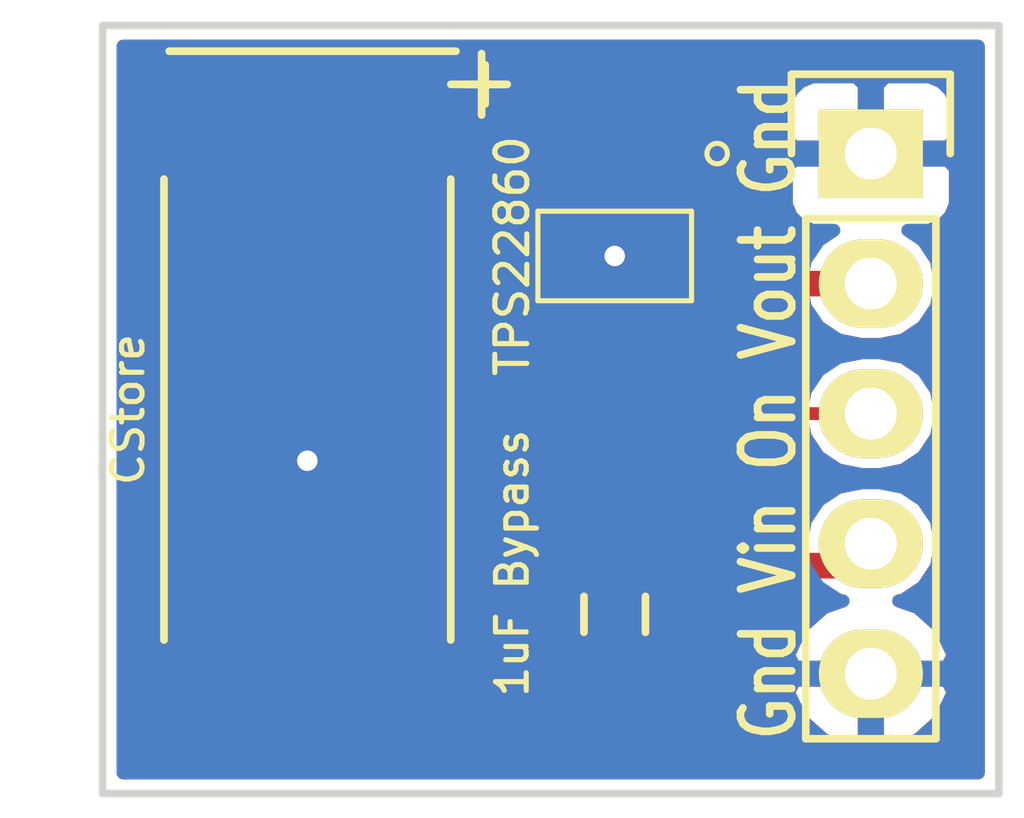
<source format=kicad_pcb>
(kicad_pcb (version 4) (host pcbnew 4.0.1-stable)

  (general
    (links 10)
    (no_connects 0)
    (area 137 92.775 161.713097 111.000001)
    (thickness 1.6)
    (drawings 4)
    (tracks 20)
    (zones 0)
    (modules 4)
    (nets 6)
  )

  (page A4)
  (layers
    (0 F.Cu signal)
    (31 B.Cu signal hide)
    (32 B.Adhes user)
    (33 F.Adhes user)
    (34 B.Paste user)
    (35 F.Paste user)
    (36 B.SilkS user)
    (37 F.SilkS user)
    (38 B.Mask user)
    (39 F.Mask user)
    (40 Dwgs.User user)
    (41 Cmts.User user)
    (42 Eco1.User user)
    (43 Eco2.User user)
    (44 Edge.Cuts user)
    (45 Margin user)
    (46 B.CrtYd user)
    (47 F.CrtYd user)
    (48 B.Fab user)
    (49 F.Fab user)
  )

  (setup
    (last_trace_width 0.25)
    (trace_clearance 0.2)
    (zone_clearance 0.2)
    (zone_45_only no)
    (trace_min 0.2)
    (segment_width 0.2)
    (edge_width 0.15)
    (via_size 0.6)
    (via_drill 0.4)
    (via_min_size 0.4)
    (via_min_drill 0.3)
    (uvia_size 0.3)
    (uvia_drill 0.1)
    (uvias_allowed no)
    (uvia_min_size 0.2)
    (uvia_min_drill 0.1)
    (pcb_text_width 0.3)
    (pcb_text_size 1.5 1.5)
    (mod_edge_width 0.15)
    (mod_text_size 1 1)
    (mod_text_width 0.15)
    (pad_size 1.524 1.524)
    (pad_drill 0.762)
    (pad_to_mask_clearance 0.2)
    (aux_axis_origin 0 0)
    (visible_elements FFFFFF7F)
    (pcbplotparams
      (layerselection 0x010f8_80000001)
      (usegerberextensions false)
      (excludeedgelayer true)
      (linewidth 0.100000)
      (plotframeref false)
      (viasonmask false)
      (mode 1)
      (useauxorigin false)
      (hpglpennumber 1)
      (hpglpenspeed 20)
      (hpglpendiameter 15)
      (hpglpenoverlay 2)
      (psnegative false)
      (psa4output false)
      (plotreference true)
      (plotvalue true)
      (plotinvisibletext false)
      (padsonsilk false)
      (subtractmaskfromsilk false)
      (outputformat 1)
      (mirror false)
      (drillshape 0)
      (scaleselection 1)
      (outputdirectory Gerber/))
  )

  (net 0 "")
  (net 1 GNDPWR)
  (net 2 Vin)
  (net 3 Vout)
  (net 4 On)
  (net 5 "Net-(U1-Pad3)")

  (net_class Default "This is the default net class."
    (clearance 0.2)
    (trace_width 0.25)
    (via_dia 0.6)
    (via_drill 0.4)
    (uvia_dia 0.3)
    (uvia_drill 0.1)
    (add_net "Net-(U1-Pad3)")
    (add_net On)
  )

  (net_class Power ""
    (clearance 0.2)
    (trace_width 0.5)
    (via_dia 0.6)
    (via_drill 0.4)
    (uvia_dia 0.3)
    (uvia_drill 0.1)
    (add_net GNDPWR)
    (add_net Vin)
    (add_net Vout)
  )

  (module Capacitors_Tantalum_SMD:TantalC_SizeE_EIA-7360_HandSoldering placed (layer F.Cu) (tedit 58765E77) (tstamp 58765379)
    (at 144 102 270)
    (descr "Tantal Cap. , Size E, EIA-7360, Hand Soldering,")
    (tags "Tantal Cap. , Size E, EIA-7360, Hand Soldering,")
    (path /58765233)
    (attr smd)
    (fp_text reference CStore (at 0 3.5 270) (layer F.SilkS)
      (effects (font (size 0.6 0.6) (thickness 0.1)))
    )
    (fp_text value CP (at 0 4.50088 270) (layer F.Fab) hide
      (effects (font (size 1 1) (thickness 0.15)))
    )
    (fp_line (start -7.00024 -2.90068) (end -7.00024 2.69748) (layer F.SilkS) (width 0.15))
    (fp_line (start -4.50088 2.79908) (end 4.50088 2.79908) (layer F.SilkS) (width 0.15))
    (fp_line (start 4.50088 -2.79908) (end -4.50088 -2.79908) (layer F.SilkS) (width 0.15))
    (fp_text user + (at -6.35 -3.39852 270) (layer F.SilkS)
      (effects (font (size 1 1) (thickness 0.15)))
    )
    (fp_line (start -6.35254 -3.90144) (end -6.35254 -2.80162) (layer F.SilkS) (width 0.15))
    (fp_line (start -6.95198 -3.40106) (end -5.7531 -3.40106) (layer F.SilkS) (width 0.15))
    (pad 2 smd rect (at 4.17576 0 270) (size 4.54914 4.39928) (layers F.Cu F.Paste F.Mask)
      (net 1 GNDPWR))
    (pad 1 smd rect (at -4.17576 0 270) (size 4.54914 4.39928) (layers F.Cu F.Paste F.Mask)
      (net 2 Vin))
    (model Capacitors_Tantalum_SMD.3dshapes/TantalC_SizeE_EIA-7360_HandSoldering.wrl
      (at (xyz 0 0 0))
      (scale (xyz 1 1 1))
      (rotate (xyz 0 0 180))
    )
  )

  (module Capacitors_SMD:C_0603_HandSoldering placed (layer F.Cu) (tedit 587661DC) (tstamp 5876537F)
    (at 150 106 270)
    (descr "Capacitor SMD 0603, hand soldering")
    (tags "capacitor 0603")
    (path /5876515D)
    (attr smd)
    (fp_text reference "1uF Bypass" (at -1 2 270) (layer F.SilkS)
      (effects (font (size 0.6 0.6) (thickness 0.1)))
    )
    (fp_text value 1uF (at 0 1.9 270) (layer F.Fab)
      (effects (font (size 1 1) (thickness 0.15)))
    )
    (fp_line (start -1.85 -0.75) (end 1.85 -0.75) (layer F.CrtYd) (width 0.05))
    (fp_line (start -1.85 0.75) (end 1.85 0.75) (layer F.CrtYd) (width 0.05))
    (fp_line (start -1.85 -0.75) (end -1.85 0.75) (layer F.CrtYd) (width 0.05))
    (fp_line (start 1.85 -0.75) (end 1.85 0.75) (layer F.CrtYd) (width 0.05))
    (fp_line (start -0.35 -0.6) (end 0.35 -0.6) (layer F.SilkS) (width 0.15))
    (fp_line (start 0.35 0.6) (end -0.35 0.6) (layer F.SilkS) (width 0.15))
    (pad 1 smd rect (at -0.95 0 270) (size 1.2 0.75) (layers F.Cu F.Paste F.Mask)
      (net 2 Vin))
    (pad 2 smd rect (at 0.95 0 270) (size 1.2 0.75) (layers F.Cu F.Paste F.Mask)
      (net 1 GNDPWR))
    (model Capacitors_SMD.3dshapes/C_0603_HandSoldering.wrl
      (at (xyz 0 0 0))
      (scale (xyz 1 1 1))
      (rotate (xyz 0 0 0))
    )
  )

  (module Pin_Headers:Pin_Header_Straight_1x05 placed (layer F.Cu) (tedit 5876626E) (tstamp 58765388)
    (at 155 97)
    (descr "Through hole pin header")
    (tags "pin header")
    (path /58764F42)
    (fp_text reference "Gnd Vin On Vout Gnd" (at -2 5 90) (layer F.SilkS)
      (effects (font (size 1 0.8) (thickness 0.15)))
    )
    (fp_text value "Gnd Vin On Vout Gnd" (at 0 -3.1) (layer F.Fab) hide
      (effects (font (size 1 0.8) (thickness 0.15)))
    )
    (fp_line (start -1.55 0) (end -1.55 -1.55) (layer F.SilkS) (width 0.15))
    (fp_line (start -1.55 -1.55) (end 1.55 -1.55) (layer F.SilkS) (width 0.15))
    (fp_line (start 1.55 -1.55) (end 1.55 0) (layer F.SilkS) (width 0.15))
    (fp_line (start -1.75 -1.75) (end -1.75 11.95) (layer F.CrtYd) (width 0.05))
    (fp_line (start 1.75 -1.75) (end 1.75 11.95) (layer F.CrtYd) (width 0.05))
    (fp_line (start -1.75 -1.75) (end 1.75 -1.75) (layer F.CrtYd) (width 0.05))
    (fp_line (start -1.75 11.95) (end 1.75 11.95) (layer F.CrtYd) (width 0.05))
    (fp_line (start 1.27 1.27) (end 1.27 11.43) (layer F.SilkS) (width 0.15))
    (fp_line (start 1.27 11.43) (end -1.27 11.43) (layer F.SilkS) (width 0.15))
    (fp_line (start -1.27 11.43) (end -1.27 1.27) (layer F.SilkS) (width 0.15))
    (fp_line (start 1.27 1.27) (end -1.27 1.27) (layer F.SilkS) (width 0.15))
    (pad 1 thru_hole rect (at 0 0) (size 2.032 1.7272) (drill 1.016) (layers *.Cu *.Mask F.SilkS)
      (net 1 GNDPWR))
    (pad 2 thru_hole oval (at 0 2.54) (size 2.032 1.7272) (drill 1.016) (layers *.Cu *.Mask F.SilkS)
      (net 3 Vout))
    (pad 3 thru_hole oval (at 0 5.08) (size 2.032 1.7272) (drill 1.016) (layers *.Cu *.Mask F.SilkS)
      (net 4 On))
    (pad 4 thru_hole oval (at 0 7.62) (size 2.032 1.7272) (drill 1.016) (layers *.Cu *.Mask F.SilkS)
      (net 2 Vin))
    (pad 5 thru_hole oval (at 0 10.16) (size 2.032 1.7272) (drill 1.016) (layers *.Cu *.Mask F.SilkS)
      (net 1 GNDPWR))
    (model Pin_Headers.3dshapes/Pin_Header_Straight_1x05.wrl
      (at (xyz 0 -0.2 0))
      (scale (xyz 1 1 1))
      (rotate (xyz 0 0 90))
    )
  )

  (module myFootprints:SOT23-6Handsolderable placed (layer F.Cu) (tedit 587661AA) (tstamp 58765392)
    (at 150 99 270)
    (descr "6 pins, \"Small Outline Transistor\"\nbased on Texas Instruments package named: DBV\nTypical part Texas Instruments TPS22860\nDiscrepancy from TI recommendations: rounded pads")
    (path /58764E2B)
    (fp_text reference TPS22860 (at 0 2 270) (layer F.SilkS)
      (effects (font (size 0.625 0.625) (thickness 0.1)))
    )
    (fp_text value TPS22860 (at 0 2.2 270) (layer F.SilkS) hide
      (effects (font (size 0.625 0.625) (thickness 0.1)))
    )
    (fp_line (start -0.875 1.5) (end 0.875 1.5) (layer F.SilkS) (width 0.1))
    (fp_line (start 0.875 1.5) (end 0.875 -1.5) (layer F.SilkS) (width 0.1))
    (fp_line (start 0.875 -1.5) (end -0.875 -1.5) (layer F.SilkS) (width 0.1))
    (fp_line (start -0.875 -1.5) (end -0.875 1.5) (layer F.SilkS) (width 0.1))
    (fp_circle (center -2 -2) (end -1.858579 -1.858579) (layer F.SilkS) (width 0.1))
    (pad 1 smd oval (at -1.6 -0.95 90) (size 1.5 0.6) (layers F.Cu F.Paste F.Mask)
      (net 3 Vout))
    (pad 2 smd oval (at -1.6 0 90) (size 1.5 0.6) (layers F.Cu F.Paste F.Mask)
      (net 1 GNDPWR))
    (pad 3 smd oval (at -1.6 0.95 90) (size 1.5 0.6) (layers F.Cu F.Paste F.Mask)
      (net 5 "Net-(U1-Pad3)"))
    (pad 4 smd oval (at 1.6 0.95 270) (size 1.5 0.6) (layers F.Cu F.Paste F.Mask)
      (net 2 Vin))
    (pad 5 smd oval (at 1.6 0 270) (size 1.5 0.6) (layers F.Cu F.Paste F.Mask)
      (net 2 Vin))
    (pad 6 smd oval (at 1.6 -0.95 270) (size 1.5 0.6) (layers F.Cu F.Paste F.Mask)
      (net 4 On))
  )

  (gr_line (start 140 94.5) (end 157.5 94.5) (angle 90) (layer Edge.Cuts) (width 0.15))
  (gr_line (start 140 109.5) (end 140 94.5) (angle 90) (layer Edge.Cuts) (width 0.15))
  (gr_line (start 157.5 109.5) (end 140 109.5) (angle 90) (layer Edge.Cuts) (width 0.15))
  (gr_line (start 157.5 94.5) (end 157.5 109.5) (angle 90) (layer Edge.Cuts) (width 0.15))

  (segment (start 150 97.4) (end 150 99) (width 0.5) (layer F.Cu) (net 1))
  (via (at 150 99) (size 0.6) (drill 0.4) (layers F.Cu B.Cu) (net 1))
  (segment (start 144 106.17576) (end 144 103) (width 0.5) (layer F.Cu) (net 1))
  (via (at 144 103) (size 0.6) (drill 0.4) (layers F.Cu B.Cu) (net 1))
  (segment (start 144 106.17576) (end 144 106.1) (width 0.5) (layer F.Cu) (net 1))
  (segment (start 150 105.05) (end 154.57 105.05) (width 0.5) (layer F.Cu) (net 2))
  (segment (start 154.57 105.05) (end 155 104.62) (width 0.5) (layer F.Cu) (net 2))
  (segment (start 150 100.6) (end 150 105.05) (width 0.5) (layer F.Cu) (net 2))
  (segment (start 149.05 100.6) (end 150 100.6) (width 0.5) (layer F.Cu) (net 2))
  (segment (start 144 97.82424) (end 144 97.89917) (width 0.5) (layer F.Cu) (net 2))
  (segment (start 144 97.89917) (end 146.70083 100.6) (width 0.5) (layer F.Cu) (net 2))
  (segment (start 146.70083 100.6) (end 148.25 100.6) (width 0.5) (layer F.Cu) (net 2))
  (segment (start 148.25 100.6) (end 149.05 100.6) (width 0.5) (layer F.Cu) (net 2))
  (segment (start 149.05 101.05) (end 149.05 100.6) (width 0.5) (layer F.Cu) (net 2))
  (segment (start 155 99.54) (end 152.64 99.54) (width 0.5) (layer F.Cu) (net 3))
  (segment (start 152.64 99.54) (end 150.95 97.85) (width 0.5) (layer F.Cu) (net 3))
  (segment (start 150.95 97.85) (end 150.95 97.4) (width 0.5) (layer F.Cu) (net 3))
  (segment (start 155 102.08) (end 151.98 102.08) (width 0.25) (layer F.Cu) (net 4))
  (segment (start 151.98 102.08) (end 150.95 101.05) (width 0.25) (layer F.Cu) (net 4))
  (segment (start 150.95 101.05) (end 150.95 100.6) (width 0.25) (layer F.Cu) (net 4))

  (zone (net 1) (net_name GNDPWR) (layer F.Cu) (tstamp 5876546B) (hatch edge 0.508)
    (priority 1)
    (connect_pads (clearance 0.2))
    (min_thickness 0.254)
    (fill yes (arc_segments 16) (thermal_gap 0.508) (thermal_bridge_width 0.508))
    (polygon
      (pts
        (xy 158 110) (xy 138 110) (xy 138 94) (xy 158 94) (xy 158 110)
      )
    )
    (filled_polygon
      (pts
        (xy 157.098 109.098) (xy 140.402 109.098) (xy 140.402 106.46151) (xy 141.16536 106.46151) (xy 141.16536 108.576639)
        (xy 141.262033 108.810028) (xy 141.440661 108.988657) (xy 141.67405 109.08533) (xy 143.71425 109.08533) (xy 143.873 108.92658)
        (xy 143.873 106.30276) (xy 144.127 106.30276) (xy 144.127 108.92658) (xy 144.28575 109.08533) (xy 146.32595 109.08533)
        (xy 146.559339 108.988657) (xy 146.737967 108.810028) (xy 146.83464 108.576639) (xy 146.83464 107.23575) (xy 148.99 107.23575)
        (xy 148.99 107.676309) (xy 149.086673 107.909698) (xy 149.265301 108.088327) (xy 149.49869 108.185) (xy 149.71425 108.185)
        (xy 149.873 108.02625) (xy 149.873 107.077) (xy 150.127 107.077) (xy 150.127 108.02625) (xy 150.28575 108.185)
        (xy 150.50131 108.185) (xy 150.734699 108.088327) (xy 150.913327 107.909698) (xy 151.01 107.676309) (xy 151.01 107.519026)
        (xy 153.392642 107.519026) (xy 153.395291 107.534791) (xy 153.649268 108.062036) (xy 154.08568 108.451954) (xy 154.638087 108.645184)
        (xy 154.873 108.500924) (xy 154.873 107.287) (xy 155.127 107.287) (xy 155.127 108.500924) (xy 155.361913 108.645184)
        (xy 155.91432 108.451954) (xy 156.350732 108.062036) (xy 156.604709 107.534791) (xy 156.607358 107.519026) (xy 156.486217 107.287)
        (xy 155.127 107.287) (xy 154.873 107.287) (xy 153.513783 107.287) (xy 153.392642 107.519026) (xy 151.01 107.519026)
        (xy 151.01 107.23575) (xy 150.85125 107.077) (xy 150.127 107.077) (xy 149.873 107.077) (xy 149.14875 107.077)
        (xy 148.99 107.23575) (xy 146.83464 107.23575) (xy 146.83464 106.46151) (xy 146.67589 106.30276) (xy 144.127 106.30276)
        (xy 143.873 106.30276) (xy 141.32411 106.30276) (xy 141.16536 106.46151) (xy 140.402 106.46151) (xy 140.402 103.774881)
        (xy 141.16536 103.774881) (xy 141.16536 105.89001) (xy 141.32411 106.04876) (xy 143.873 106.04876) (xy 143.873 103.42494)
        (xy 144.127 103.42494) (xy 144.127 106.04876) (xy 146.67589 106.04876) (xy 146.83464 105.89001) (xy 146.83464 103.774881)
        (xy 146.737967 103.541492) (xy 146.559339 103.362863) (xy 146.32595 103.26619) (xy 144.28575 103.26619) (xy 144.127 103.42494)
        (xy 143.873 103.42494) (xy 143.71425 103.26619) (xy 141.67405 103.26619) (xy 141.440661 103.362863) (xy 141.262033 103.541492)
        (xy 141.16536 103.774881) (xy 140.402 103.774881) (xy 140.402 95.54967) (xy 141.466954 95.54967) (xy 141.466954 100.09881)
        (xy 141.489755 100.219989) (xy 141.561372 100.331284) (xy 141.670646 100.405948) (xy 141.80036 100.432216) (xy 145.717045 100.432216)
        (xy 146.292827 101.007998) (xy 146.292829 101.008001) (xy 146.405043 101.082979) (xy 146.480021 101.133078) (xy 146.70083 101.177)
        (xy 148.444065 101.177) (xy 148.470728 101.311043) (xy 148.606644 101.514456) (xy 148.810057 101.650372) (xy 149.05 101.6981)
        (xy 149.289943 101.650372) (xy 149.423 101.561466) (xy 149.423 104.191402) (xy 149.392526 104.211012) (xy 149.317862 104.320286)
        (xy 149.291594 104.45) (xy 149.291594 105.65) (xy 149.314395 105.771179) (xy 149.324637 105.787095) (xy 149.265301 105.811673)
        (xy 149.086673 105.990302) (xy 148.99 106.223691) (xy 148.99 106.66425) (xy 149.14875 106.823) (xy 149.873 106.823)
        (xy 149.873 106.803) (xy 150.127 106.803) (xy 150.127 106.823) (xy 150.85125 106.823) (xy 151.01 106.66425)
        (xy 151.01 106.223691) (xy 150.913327 105.990302) (xy 150.734699 105.811673) (xy 150.676713 105.787654) (xy 150.682138 105.779714)
        (xy 150.708406 105.65) (xy 150.708406 105.627) (xy 154.226525 105.627) (xy 154.365666 105.719971) (xy 154.457039 105.738146)
        (xy 154.08568 105.868046) (xy 153.649268 106.257964) (xy 153.395291 106.785209) (xy 153.392642 106.800974) (xy 153.513783 107.033)
        (xy 154.873 107.033) (xy 154.873 107.013) (xy 155.127 107.013) (xy 155.127 107.033) (xy 156.486217 107.033)
        (xy 156.607358 106.800974) (xy 156.604709 106.785209) (xy 156.350732 106.257964) (xy 155.91432 105.868046) (xy 155.542961 105.738146)
        (xy 155.634334 105.719971) (xy 156.020592 105.461881) (xy 156.278682 105.075623) (xy 156.369311 104.62) (xy 156.278682 104.164377)
        (xy 156.020592 103.778119) (xy 155.634334 103.520029) (xy 155.178711 103.4294) (xy 154.821289 103.4294) (xy 154.365666 103.520029)
        (xy 153.979408 103.778119) (xy 153.721318 104.164377) (xy 153.659929 104.473) (xy 150.708406 104.473) (xy 150.708406 104.45)
        (xy 150.685605 104.328821) (xy 150.613988 104.217526) (xy 150.577 104.192253) (xy 150.577 101.561466) (xy 150.710057 101.650372)
        (xy 150.95 101.6981) (xy 150.957403 101.696627) (xy 151.660388 102.399612) (xy 151.807027 102.497594) (xy 151.98 102.532)
        (xy 153.720597 102.532) (xy 153.721318 102.535623) (xy 153.979408 102.921881) (xy 154.365666 103.179971) (xy 154.821289 103.2706)
        (xy 155.178711 103.2706) (xy 155.634334 103.179971) (xy 156.020592 102.921881) (xy 156.278682 102.535623) (xy 156.369311 102.08)
        (xy 156.278682 101.624377) (xy 156.020592 101.238119) (xy 155.634334 100.980029) (xy 155.178711 100.8894) (xy 154.821289 100.8894)
        (xy 154.365666 100.980029) (xy 153.979408 101.238119) (xy 153.721318 101.624377) (xy 153.720597 101.628) (xy 152.167224 101.628)
        (xy 151.577 101.037776) (xy 151.577 100.1289) (xy 151.529272 99.888957) (xy 151.393356 99.685544) (xy 151.189943 99.549628)
        (xy 150.95 99.5019) (xy 150.710057 99.549628) (xy 150.506644 99.685544) (xy 150.475 99.732903) (xy 150.443356 99.685544)
        (xy 150.239943 99.549628) (xy 150 99.5019) (xy 149.760057 99.549628) (xy 149.556644 99.685544) (xy 149.525 99.732903)
        (xy 149.493356 99.685544) (xy 149.289943 99.549628) (xy 149.05 99.5019) (xy 148.810057 99.549628) (xy 148.606644 99.685544)
        (xy 148.470728 99.888957) (xy 148.444065 100.023) (xy 146.939831 100.023) (xy 146.533046 99.616215) (xy 146.533046 96.9289)
        (xy 148.423 96.9289) (xy 148.423 97.8711) (xy 148.470728 98.111043) (xy 148.606644 98.314456) (xy 148.810057 98.450372)
        (xy 149.05 98.4981) (xy 149.289943 98.450372) (xy 149.293442 98.448034) (xy 149.428657 98.600948) (xy 149.729653 98.745063)
        (xy 149.873 98.61579) (xy 149.873 97.527) (xy 149.853 97.527) (xy 149.853 97.273) (xy 149.873 97.273)
        (xy 149.873 96.18421) (xy 150.127 96.18421) (xy 150.127 97.273) (xy 150.147 97.273) (xy 150.147 97.527)
        (xy 150.127 97.527) (xy 150.127 98.61579) (xy 150.270347 98.745063) (xy 150.571343 98.600948) (xy 150.706558 98.448034)
        (xy 150.710057 98.450372) (xy 150.740407 98.456409) (xy 152.231999 99.948001) (xy 152.419192 100.073078) (xy 152.64 100.117001)
        (xy 152.640005 100.117) (xy 153.80242 100.117) (xy 153.979408 100.381881) (xy 154.365666 100.639971) (xy 154.821289 100.7306)
        (xy 155.178711 100.7306) (xy 155.634334 100.639971) (xy 156.020592 100.381881) (xy 156.278682 99.995623) (xy 156.369311 99.54)
        (xy 156.278682 99.084377) (xy 156.020592 98.698119) (xy 155.721991 98.4986) (xy 156.142309 98.4986) (xy 156.375698 98.401927)
        (xy 156.554327 98.223299) (xy 156.651 97.98991) (xy 156.651 97.28575) (xy 156.49225 97.127) (xy 155.127 97.127)
        (xy 155.127 97.147) (xy 154.873 97.147) (xy 154.873 97.127) (xy 153.50775 97.127) (xy 153.349 97.28575)
        (xy 153.349 97.98991) (xy 153.445673 98.223299) (xy 153.624302 98.401927) (xy 153.857691 98.4986) (xy 154.278009 98.4986)
        (xy 153.979408 98.698119) (xy 153.80242 98.963) (xy 152.879002 98.963) (xy 151.577 97.660998) (xy 151.577 96.9289)
        (xy 151.529272 96.688957) (xy 151.393356 96.485544) (xy 151.189943 96.349628) (xy 150.95 96.3019) (xy 150.710057 96.349628)
        (xy 150.706558 96.351966) (xy 150.571343 96.199052) (xy 150.270347 96.054937) (xy 150.127 96.18421) (xy 149.873 96.18421)
        (xy 149.729653 96.054937) (xy 149.428657 96.199052) (xy 149.293442 96.351966) (xy 149.289943 96.349628) (xy 149.05 96.3019)
        (xy 148.810057 96.349628) (xy 148.606644 96.485544) (xy 148.470728 96.688957) (xy 148.423 96.9289) (xy 146.533046 96.9289)
        (xy 146.533046 96.01009) (xy 153.349 96.01009) (xy 153.349 96.71425) (xy 153.50775 96.873) (xy 154.873 96.873)
        (xy 154.873 95.66015) (xy 155.127 95.66015) (xy 155.127 96.873) (xy 156.49225 96.873) (xy 156.651 96.71425)
        (xy 156.651 96.01009) (xy 156.554327 95.776701) (xy 156.375698 95.598073) (xy 156.142309 95.5014) (xy 155.28575 95.5014)
        (xy 155.127 95.66015) (xy 154.873 95.66015) (xy 154.71425 95.5014) (xy 153.857691 95.5014) (xy 153.624302 95.598073)
        (xy 153.445673 95.776701) (xy 153.349 96.01009) (xy 146.533046 96.01009) (xy 146.533046 95.54967) (xy 146.510245 95.428491)
        (xy 146.438628 95.317196) (xy 146.329354 95.242532) (xy 146.19964 95.216264) (xy 141.80036 95.216264) (xy 141.679181 95.239065)
        (xy 141.567886 95.310682) (xy 141.493222 95.419956) (xy 141.466954 95.54967) (xy 140.402 95.54967) (xy 140.402 94.902)
        (xy 157.098 94.902)
      )
    )
  )
  (zone (net 1) (net_name GNDPWR) (layer B.Cu) (tstamp 0) (hatch edge 0.508)
    (connect_pads (clearance 0.2))
    (min_thickness 0.254)
    (fill yes (arc_segments 16) (thermal_gap 0.508) (thermal_bridge_width 0.508))
    (polygon
      (pts
        (xy 137 93) (xy 159 93) (xy 159 111) (xy 137 111)
      )
    )
    (filled_polygon
      (pts
        (xy 157.098 109.098) (xy 140.402 109.098) (xy 140.402 107.519026) (xy 153.392642 107.519026) (xy 153.395291 107.534791)
        (xy 153.649268 108.062036) (xy 154.08568 108.451954) (xy 154.638087 108.645184) (xy 154.873 108.500924) (xy 154.873 107.287)
        (xy 155.127 107.287) (xy 155.127 108.500924) (xy 155.361913 108.645184) (xy 155.91432 108.451954) (xy 156.350732 108.062036)
        (xy 156.604709 107.534791) (xy 156.607358 107.519026) (xy 156.486217 107.287) (xy 155.127 107.287) (xy 154.873 107.287)
        (xy 153.513783 107.287) (xy 153.392642 107.519026) (xy 140.402 107.519026) (xy 140.402 106.800974) (xy 153.392642 106.800974)
        (xy 153.513783 107.033) (xy 154.873 107.033) (xy 154.873 107.013) (xy 155.127 107.013) (xy 155.127 107.033)
        (xy 156.486217 107.033) (xy 156.607358 106.800974) (xy 156.604709 106.785209) (xy 156.350732 106.257964) (xy 155.91432 105.868046)
        (xy 155.542961 105.738146) (xy 155.634334 105.719971) (xy 156.020592 105.461881) (xy 156.278682 105.075623) (xy 156.369311 104.62)
        (xy 156.278682 104.164377) (xy 156.020592 103.778119) (xy 155.634334 103.520029) (xy 155.178711 103.4294) (xy 154.821289 103.4294)
        (xy 154.365666 103.520029) (xy 153.979408 103.778119) (xy 153.721318 104.164377) (xy 153.630689 104.62) (xy 153.721318 105.075623)
        (xy 153.979408 105.461881) (xy 154.365666 105.719971) (xy 154.457039 105.738146) (xy 154.08568 105.868046) (xy 153.649268 106.257964)
        (xy 153.395291 106.785209) (xy 153.392642 106.800974) (xy 140.402 106.800974) (xy 140.402 102.08) (xy 153.630689 102.08)
        (xy 153.721318 102.535623) (xy 153.979408 102.921881) (xy 154.365666 103.179971) (xy 154.821289 103.2706) (xy 155.178711 103.2706)
        (xy 155.634334 103.179971) (xy 156.020592 102.921881) (xy 156.278682 102.535623) (xy 156.369311 102.08) (xy 156.278682 101.624377)
        (xy 156.020592 101.238119) (xy 155.634334 100.980029) (xy 155.178711 100.8894) (xy 154.821289 100.8894) (xy 154.365666 100.980029)
        (xy 153.979408 101.238119) (xy 153.721318 101.624377) (xy 153.630689 102.08) (xy 140.402 102.08) (xy 140.402 97.28575)
        (xy 153.349 97.28575) (xy 153.349 97.98991) (xy 153.445673 98.223299) (xy 153.624302 98.401927) (xy 153.857691 98.4986)
        (xy 154.278009 98.4986) (xy 153.979408 98.698119) (xy 153.721318 99.084377) (xy 153.630689 99.54) (xy 153.721318 99.995623)
        (xy 153.979408 100.381881) (xy 154.365666 100.639971) (xy 154.821289 100.7306) (xy 155.178711 100.7306) (xy 155.634334 100.639971)
        (xy 156.020592 100.381881) (xy 156.278682 99.995623) (xy 156.369311 99.54) (xy 156.278682 99.084377) (xy 156.020592 98.698119)
        (xy 155.721991 98.4986) (xy 156.142309 98.4986) (xy 156.375698 98.401927) (xy 156.554327 98.223299) (xy 156.651 97.98991)
        (xy 156.651 97.28575) (xy 156.49225 97.127) (xy 155.127 97.127) (xy 155.127 97.147) (xy 154.873 97.147)
        (xy 154.873 97.127) (xy 153.50775 97.127) (xy 153.349 97.28575) (xy 140.402 97.28575) (xy 140.402 96.01009)
        (xy 153.349 96.01009) (xy 153.349 96.71425) (xy 153.50775 96.873) (xy 154.873 96.873) (xy 154.873 95.66015)
        (xy 155.127 95.66015) (xy 155.127 96.873) (xy 156.49225 96.873) (xy 156.651 96.71425) (xy 156.651 96.01009)
        (xy 156.554327 95.776701) (xy 156.375698 95.598073) (xy 156.142309 95.5014) (xy 155.28575 95.5014) (xy 155.127 95.66015)
        (xy 154.873 95.66015) (xy 154.71425 95.5014) (xy 153.857691 95.5014) (xy 153.624302 95.598073) (xy 153.445673 95.776701)
        (xy 153.349 96.01009) (xy 140.402 96.01009) (xy 140.402 94.902) (xy 157.098 94.902)
      )
    )
  )
)

</source>
